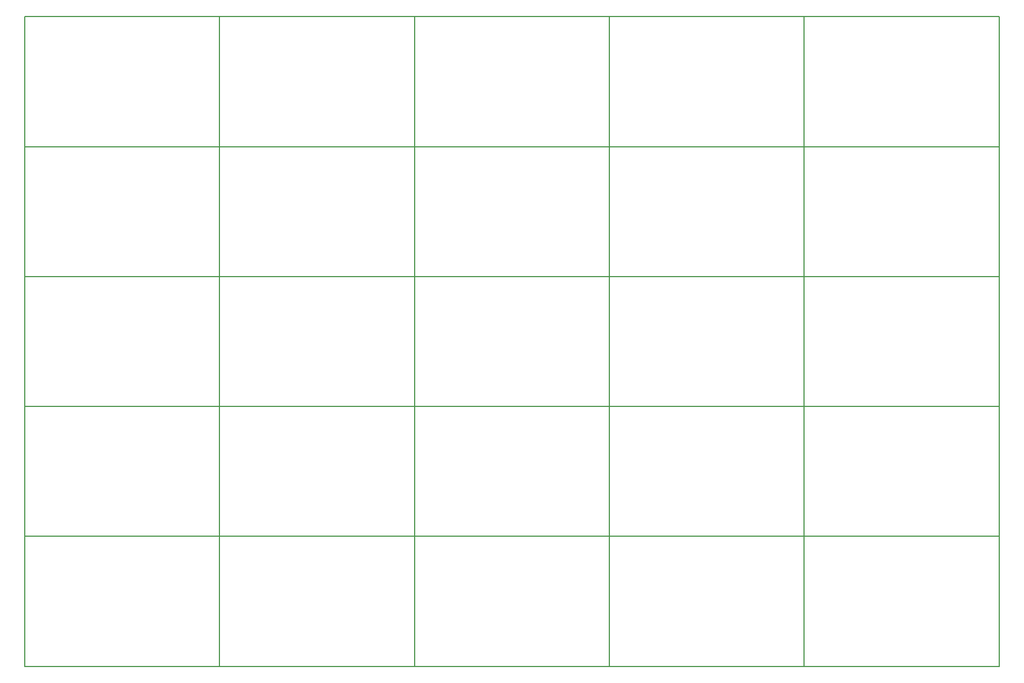
<source format=gbr>
G04 DipTrace 3.3.1.0*
G04 BoardOutline.gbr*
%MOIN*%
G04 #@! TF.FileFunction,Profile*
G04 #@! TF.Part,Single*
%ADD11C,0.005512*%
%FSLAX26Y26*%
G04*
G70*
G90*
G75*
G01*
G04 BoardOutline*
%LPD*%
X393701Y1181102D2*
D11*
X1574803D1*
Y393701D1*
X393701D1*
Y1181102D1*
X1574803D2*
X2755906D1*
Y393701D1*
X1574803D1*
Y1181102D1*
X2755906D2*
X3937008D1*
Y393701D1*
X2755906D1*
Y1181102D1*
X3937008D2*
X5118110D1*
Y393701D1*
X3937008D1*
Y1181102D1*
X5118110D2*
X6299213D1*
Y393701D1*
X5118110D1*
Y1181102D1*
X393701Y1968504D2*
X1574803D1*
Y1181102D1*
X393701D1*
Y1968504D1*
X1574803D2*
X2755906D1*
Y1181102D1*
X1574803D1*
Y1968504D1*
X2755906D2*
X3937008D1*
Y1181102D1*
X2755906D1*
Y1968504D1*
X3937008D2*
X5118110D1*
Y1181102D1*
X3937008D1*
Y1968504D1*
X5118110D2*
X6299213D1*
Y1181102D1*
X5118110D1*
Y1968504D1*
X393701Y2755906D2*
X1574803D1*
Y1968504D1*
X393701D1*
Y2755906D1*
X1574803D2*
X2755906D1*
Y1968504D1*
X1574803D1*
Y2755906D1*
X2755906D2*
X3937008D1*
Y1968504D1*
X2755906D1*
Y2755906D1*
X3937008D2*
X5118110D1*
Y1968504D1*
X3937008D1*
Y2755906D1*
X5118110D2*
X6299213D1*
Y1968504D1*
X5118110D1*
Y2755906D1*
X393701Y3543307D2*
X1574803D1*
Y2755906D1*
X393701D1*
Y3543307D1*
X1574803D2*
X2755906D1*
Y2755906D1*
X1574803D1*
Y3543307D1*
X2755906D2*
X3937008D1*
Y2755906D1*
X2755906D1*
Y3543307D1*
X3937008D2*
X5118110D1*
Y2755906D1*
X3937008D1*
Y3543307D1*
X5118110D2*
X6299213D1*
Y2755906D1*
X5118110D1*
Y3543307D1*
X393701Y4330709D2*
X1574803D1*
Y3543307D1*
X393701D1*
Y4330709D1*
X1574803D2*
X2755906D1*
Y3543307D1*
X1574803D1*
Y4330709D1*
X2755906D2*
X3937008D1*
Y3543307D1*
X2755906D1*
Y4330709D1*
X3937008D2*
X5118110D1*
Y3543307D1*
X3937008D1*
Y4330709D1*
X5118110D2*
X6299213D1*
Y3543307D1*
X5118110D1*
Y4330709D1*
M02*

</source>
